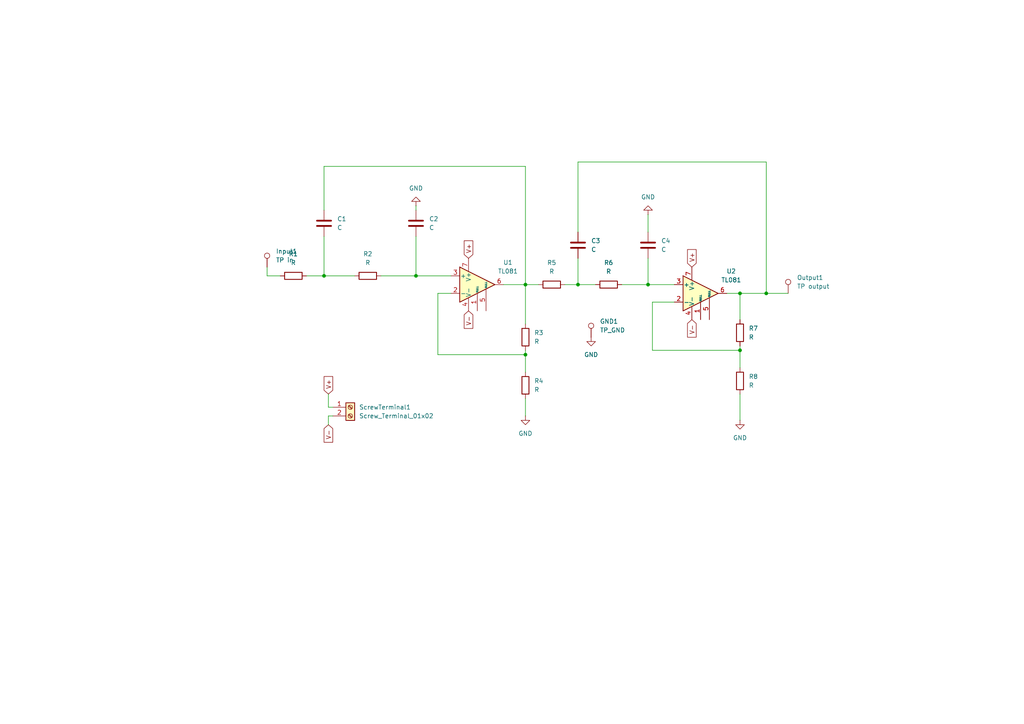
<source format=kicad_sch>
(kicad_sch
	(version 20250114)
	(generator "eeschema")
	(generator_version "9.0")
	(uuid "084b7188-85fa-49c4-936c-1f04d12cf3f4")
	(paper "A4")
	(lib_symbols
		(symbol "Amplifier_Operational:TL081"
			(pin_names
				(offset 0.127)
			)
			(exclude_from_sim no)
			(in_bom yes)
			(on_board yes)
			(property "Reference" "U"
				(at 0 6.35 0)
				(effects
					(font
						(size 1.27 1.27)
					)
					(justify left)
				)
			)
			(property "Value" "TL081"
				(at 0 3.81 0)
				(effects
					(font
						(size 1.27 1.27)
					)
					(justify left)
				)
			)
			(property "Footprint" ""
				(at 1.27 1.27 0)
				(effects
					(font
						(size 1.27 1.27)
					)
					(hide yes)
				)
			)
			(property "Datasheet" "http://www.ti.com/lit/ds/symlink/tl081.pdf"
				(at 3.81 3.81 0)
				(effects
					(font
						(size 1.27 1.27)
					)
					(hide yes)
				)
			)
			(property "Description" "Single JFET-Input Operational Amplifiers, DIP-8/SOIC-8"
				(at 0 0 0)
				(effects
					(font
						(size 1.27 1.27)
					)
					(hide yes)
				)
			)
			(property "ki_keywords" "single opamp"
				(at 0 0 0)
				(effects
					(font
						(size 1.27 1.27)
					)
					(hide yes)
				)
			)
			(property "ki_fp_filters" "SOIC*3.9x4.9mm*P1.27mm* DIP*W7.62mm* TSSOP*3x3mm*P0.65mm*"
				(at 0 0 0)
				(effects
					(font
						(size 1.27 1.27)
					)
					(hide yes)
				)
			)
			(symbol "TL081_0_1"
				(polyline
					(pts
						(xy -5.08 5.08) (xy 5.08 0) (xy -5.08 -5.08) (xy -5.08 5.08)
					)
					(stroke
						(width 0.254)
						(type default)
					)
					(fill
						(type background)
					)
				)
			)
			(symbol "TL081_1_1"
				(pin input line
					(at -7.62 2.54 0)
					(length 2.54)
					(name "+"
						(effects
							(font
								(size 1.27 1.27)
							)
						)
					)
					(number "3"
						(effects
							(font
								(size 1.27 1.27)
							)
						)
					)
				)
				(pin input line
					(at -7.62 -2.54 0)
					(length 2.54)
					(name "-"
						(effects
							(font
								(size 1.27 1.27)
							)
						)
					)
					(number "2"
						(effects
							(font
								(size 1.27 1.27)
							)
						)
					)
				)
				(pin power_in line
					(at -2.54 7.62 270)
					(length 3.81)
					(name "V+"
						(effects
							(font
								(size 1.27 1.27)
							)
						)
					)
					(number "7"
						(effects
							(font
								(size 1.27 1.27)
							)
						)
					)
				)
				(pin power_in line
					(at -2.54 -7.62 90)
					(length 3.81)
					(name "V-"
						(effects
							(font
								(size 1.27 1.27)
							)
						)
					)
					(number "4"
						(effects
							(font
								(size 1.27 1.27)
							)
						)
					)
				)
				(pin no_connect line
					(at 0 2.54 270)
					(length 2.54)
					(hide yes)
					(name "NC"
						(effects
							(font
								(size 1.27 1.27)
							)
						)
					)
					(number "8"
						(effects
							(font
								(size 1.27 1.27)
							)
						)
					)
				)
				(pin input line
					(at 0 -7.62 90)
					(length 5.08)
					(name "NULL"
						(effects
							(font
								(size 0.508 0.508)
							)
						)
					)
					(number "1"
						(effects
							(font
								(size 1.27 1.27)
							)
						)
					)
				)
				(pin input line
					(at 2.54 -7.62 90)
					(length 6.35)
					(name "NULL"
						(effects
							(font
								(size 0.508 0.508)
							)
						)
					)
					(number "5"
						(effects
							(font
								(size 1.27 1.27)
							)
						)
					)
				)
				(pin output line
					(at 7.62 0 180)
					(length 2.54)
					(name "~"
						(effects
							(font
								(size 1.27 1.27)
							)
						)
					)
					(number "6"
						(effects
							(font
								(size 1.27 1.27)
							)
						)
					)
				)
			)
			(embedded_fonts no)
		)
		(symbol "Connector:Screw_Terminal_01x02"
			(pin_names
				(offset 1.016)
				(hide yes)
			)
			(exclude_from_sim no)
			(in_bom yes)
			(on_board yes)
			(property "Reference" "J"
				(at 0 2.54 0)
				(effects
					(font
						(size 1.27 1.27)
					)
				)
			)
			(property "Value" "Screw_Terminal_01x02"
				(at 0 -5.08 0)
				(effects
					(font
						(size 1.27 1.27)
					)
				)
			)
			(property "Footprint" ""
				(at 0 0 0)
				(effects
					(font
						(size 1.27 1.27)
					)
					(hide yes)
				)
			)
			(property "Datasheet" "~"
				(at 0 0 0)
				(effects
					(font
						(size 1.27 1.27)
					)
					(hide yes)
				)
			)
			(property "Description" "Generic screw terminal, single row, 01x02, script generated (kicad-library-utils/schlib/autogen/connector/)"
				(at 0 0 0)
				(effects
					(font
						(size 1.27 1.27)
					)
					(hide yes)
				)
			)
			(property "ki_keywords" "screw terminal"
				(at 0 0 0)
				(effects
					(font
						(size 1.27 1.27)
					)
					(hide yes)
				)
			)
			(property "ki_fp_filters" "TerminalBlock*:*"
				(at 0 0 0)
				(effects
					(font
						(size 1.27 1.27)
					)
					(hide yes)
				)
			)
			(symbol "Screw_Terminal_01x02_1_1"
				(rectangle
					(start -1.27 1.27)
					(end 1.27 -3.81)
					(stroke
						(width 0.254)
						(type default)
					)
					(fill
						(type background)
					)
				)
				(polyline
					(pts
						(xy -0.5334 0.3302) (xy 0.3302 -0.508)
					)
					(stroke
						(width 0.1524)
						(type default)
					)
					(fill
						(type none)
					)
				)
				(polyline
					(pts
						(xy -0.5334 -2.2098) (xy 0.3302 -3.048)
					)
					(stroke
						(width 0.1524)
						(type default)
					)
					(fill
						(type none)
					)
				)
				(polyline
					(pts
						(xy -0.3556 0.508) (xy 0.508 -0.3302)
					)
					(stroke
						(width 0.1524)
						(type default)
					)
					(fill
						(type none)
					)
				)
				(polyline
					(pts
						(xy -0.3556 -2.032) (xy 0.508 -2.8702)
					)
					(stroke
						(width 0.1524)
						(type default)
					)
					(fill
						(type none)
					)
				)
				(circle
					(center 0 0)
					(radius 0.635)
					(stroke
						(width 0.1524)
						(type default)
					)
					(fill
						(type none)
					)
				)
				(circle
					(center 0 -2.54)
					(radius 0.635)
					(stroke
						(width 0.1524)
						(type default)
					)
					(fill
						(type none)
					)
				)
				(pin passive line
					(at -5.08 0 0)
					(length 3.81)
					(name "Pin_1"
						(effects
							(font
								(size 1.27 1.27)
							)
						)
					)
					(number "1"
						(effects
							(font
								(size 1.27 1.27)
							)
						)
					)
				)
				(pin passive line
					(at -5.08 -2.54 0)
					(length 3.81)
					(name "Pin_2"
						(effects
							(font
								(size 1.27 1.27)
							)
						)
					)
					(number "2"
						(effects
							(font
								(size 1.27 1.27)
							)
						)
					)
				)
			)
			(embedded_fonts no)
		)
		(symbol "Connector:TestPoint"
			(pin_numbers
				(hide yes)
			)
			(pin_names
				(offset 0.762)
				(hide yes)
			)
			(exclude_from_sim no)
			(in_bom yes)
			(on_board yes)
			(property "Reference" "TP"
				(at 0 6.858 0)
				(effects
					(font
						(size 1.27 1.27)
					)
				)
			)
			(property "Value" "TestPoint"
				(at 0 5.08 0)
				(effects
					(font
						(size 1.27 1.27)
					)
				)
			)
			(property "Footprint" ""
				(at 5.08 0 0)
				(effects
					(font
						(size 1.27 1.27)
					)
					(hide yes)
				)
			)
			(property "Datasheet" "~"
				(at 5.08 0 0)
				(effects
					(font
						(size 1.27 1.27)
					)
					(hide yes)
				)
			)
			(property "Description" "test point"
				(at 0 0 0)
				(effects
					(font
						(size 1.27 1.27)
					)
					(hide yes)
				)
			)
			(property "ki_keywords" "test point tp"
				(at 0 0 0)
				(effects
					(font
						(size 1.27 1.27)
					)
					(hide yes)
				)
			)
			(property "ki_fp_filters" "Pin* Test*"
				(at 0 0 0)
				(effects
					(font
						(size 1.27 1.27)
					)
					(hide yes)
				)
			)
			(symbol "TestPoint_0_1"
				(circle
					(center 0 3.302)
					(radius 0.762)
					(stroke
						(width 0)
						(type default)
					)
					(fill
						(type none)
					)
				)
			)
			(symbol "TestPoint_1_1"
				(pin passive line
					(at 0 0 90)
					(length 2.54)
					(name "1"
						(effects
							(font
								(size 1.27 1.27)
							)
						)
					)
					(number "1"
						(effects
							(font
								(size 1.27 1.27)
							)
						)
					)
				)
			)
			(embedded_fonts no)
		)
		(symbol "Device:C"
			(pin_numbers
				(hide yes)
			)
			(pin_names
				(offset 0.254)
			)
			(exclude_from_sim no)
			(in_bom yes)
			(on_board yes)
			(property "Reference" "C"
				(at 0.635 2.54 0)
				(effects
					(font
						(size 1.27 1.27)
					)
					(justify left)
				)
			)
			(property "Value" "C"
				(at 0.635 -2.54 0)
				(effects
					(font
						(size 1.27 1.27)
					)
					(justify left)
				)
			)
			(property "Footprint" ""
				(at 0.9652 -3.81 0)
				(effects
					(font
						(size 1.27 1.27)
					)
					(hide yes)
				)
			)
			(property "Datasheet" "~"
				(at 0 0 0)
				(effects
					(font
						(size 1.27 1.27)
					)
					(hide yes)
				)
			)
			(property "Description" "Unpolarized capacitor"
				(at 0 0 0)
				(effects
					(font
						(size 1.27 1.27)
					)
					(hide yes)
				)
			)
			(property "ki_keywords" "cap capacitor"
				(at 0 0 0)
				(effects
					(font
						(size 1.27 1.27)
					)
					(hide yes)
				)
			)
			(property "ki_fp_filters" "C_*"
				(at 0 0 0)
				(effects
					(font
						(size 1.27 1.27)
					)
					(hide yes)
				)
			)
			(symbol "C_0_1"
				(polyline
					(pts
						(xy -2.032 0.762) (xy 2.032 0.762)
					)
					(stroke
						(width 0.508)
						(type default)
					)
					(fill
						(type none)
					)
				)
				(polyline
					(pts
						(xy -2.032 -0.762) (xy 2.032 -0.762)
					)
					(stroke
						(width 0.508)
						(type default)
					)
					(fill
						(type none)
					)
				)
			)
			(symbol "C_1_1"
				(pin passive line
					(at 0 3.81 270)
					(length 2.794)
					(name "~"
						(effects
							(font
								(size 1.27 1.27)
							)
						)
					)
					(number "1"
						(effects
							(font
								(size 1.27 1.27)
							)
						)
					)
				)
				(pin passive line
					(at 0 -3.81 90)
					(length 2.794)
					(name "~"
						(effects
							(font
								(size 1.27 1.27)
							)
						)
					)
					(number "2"
						(effects
							(font
								(size 1.27 1.27)
							)
						)
					)
				)
			)
			(embedded_fonts no)
		)
		(symbol "Device:R"
			(pin_numbers
				(hide yes)
			)
			(pin_names
				(offset 0)
			)
			(exclude_from_sim no)
			(in_bom yes)
			(on_board yes)
			(property "Reference" "R"
				(at 2.032 0 90)
				(effects
					(font
						(size 1.27 1.27)
					)
				)
			)
			(property "Value" "R"
				(at 0 0 90)
				(effects
					(font
						(size 1.27 1.27)
					)
				)
			)
			(property "Footprint" ""
				(at -1.778 0 90)
				(effects
					(font
						(size 1.27 1.27)
					)
					(hide yes)
				)
			)
			(property "Datasheet" "~"
				(at 0 0 0)
				(effects
					(font
						(size 1.27 1.27)
					)
					(hide yes)
				)
			)
			(property "Description" "Resistor"
				(at 0 0 0)
				(effects
					(font
						(size 1.27 1.27)
					)
					(hide yes)
				)
			)
			(property "ki_keywords" "R res resistor"
				(at 0 0 0)
				(effects
					(font
						(size 1.27 1.27)
					)
					(hide yes)
				)
			)
			(property "ki_fp_filters" "R_*"
				(at 0 0 0)
				(effects
					(font
						(size 1.27 1.27)
					)
					(hide yes)
				)
			)
			(symbol "R_0_1"
				(rectangle
					(start -1.016 -2.54)
					(end 1.016 2.54)
					(stroke
						(width 0.254)
						(type default)
					)
					(fill
						(type none)
					)
				)
			)
			(symbol "R_1_1"
				(pin passive line
					(at 0 3.81 270)
					(length 1.27)
					(name "~"
						(effects
							(font
								(size 1.27 1.27)
							)
						)
					)
					(number "1"
						(effects
							(font
								(size 1.27 1.27)
							)
						)
					)
				)
				(pin passive line
					(at 0 -3.81 90)
					(length 1.27)
					(name "~"
						(effects
							(font
								(size 1.27 1.27)
							)
						)
					)
					(number "2"
						(effects
							(font
								(size 1.27 1.27)
							)
						)
					)
				)
			)
			(embedded_fonts no)
		)
		(symbol "power:GND"
			(power)
			(pin_numbers
				(hide yes)
			)
			(pin_names
				(offset 0)
				(hide yes)
			)
			(exclude_from_sim no)
			(in_bom yes)
			(on_board yes)
			(property "Reference" "#PWR"
				(at 0 -6.35 0)
				(effects
					(font
						(size 1.27 1.27)
					)
					(hide yes)
				)
			)
			(property "Value" "GND"
				(at 0 -3.81 0)
				(effects
					(font
						(size 1.27 1.27)
					)
				)
			)
			(property "Footprint" ""
				(at 0 0 0)
				(effects
					(font
						(size 1.27 1.27)
					)
					(hide yes)
				)
			)
			(property "Datasheet" ""
				(at 0 0 0)
				(effects
					(font
						(size 1.27 1.27)
					)
					(hide yes)
				)
			)
			(property "Description" "Power symbol creates a global label with name \"GND\" , ground"
				(at 0 0 0)
				(effects
					(font
						(size 1.27 1.27)
					)
					(hide yes)
				)
			)
			(property "ki_keywords" "global power"
				(at 0 0 0)
				(effects
					(font
						(size 1.27 1.27)
					)
					(hide yes)
				)
			)
			(symbol "GND_0_1"
				(polyline
					(pts
						(xy 0 0) (xy 0 -1.27) (xy 1.27 -1.27) (xy 0 -2.54) (xy -1.27 -1.27) (xy 0 -1.27)
					)
					(stroke
						(width 0)
						(type default)
					)
					(fill
						(type none)
					)
				)
			)
			(symbol "GND_1_1"
				(pin power_in line
					(at 0 0 270)
					(length 0)
					(name "~"
						(effects
							(font
								(size 1.27 1.27)
							)
						)
					)
					(number "1"
						(effects
							(font
								(size 1.27 1.27)
							)
						)
					)
				)
			)
			(embedded_fonts no)
		)
	)
	(junction
		(at 120.65 80.01)
		(diameter 0)
		(color 0 0 0 0)
		(uuid "468be8a4-f629-4506-9275-16bf62cf70d2")
	)
	(junction
		(at 93.98 80.01)
		(diameter 0)
		(color 0 0 0 0)
		(uuid "53276a72-33c8-47ea-adfa-2c8d5dc85a0c")
	)
	(junction
		(at 152.4 82.55)
		(diameter 0)
		(color 0 0 0 0)
		(uuid "53926d26-4cdb-4a00-ac3f-8773c462e2c6")
	)
	(junction
		(at 187.96 82.55)
		(diameter 0)
		(color 0 0 0 0)
		(uuid "6b5508b0-2539-4b46-b5a9-dc395f398da9")
	)
	(junction
		(at 222.25 85.09)
		(diameter 0)
		(color 0 0 0 0)
		(uuid "845ca547-091f-4d9a-b40a-f7d833e6ec28")
	)
	(junction
		(at 214.63 101.6)
		(diameter 0)
		(color 0 0 0 0)
		(uuid "956c16bd-6eb9-49e6-bcd0-535ef364613a")
	)
	(junction
		(at 152.4 102.87)
		(diameter 0)
		(color 0 0 0 0)
		(uuid "ac18afd4-9f78-4ae2-bbb2-a73b91369d3a")
	)
	(junction
		(at 167.64 82.55)
		(diameter 0)
		(color 0 0 0 0)
		(uuid "c5b60b0e-be84-4c22-a70e-2d17a5eac08e")
	)
	(junction
		(at 214.63 85.09)
		(diameter 0)
		(color 0 0 0 0)
		(uuid "f1af3484-af84-49fa-85cc-d41d55fd047d")
	)
	(wire
		(pts
			(xy 195.58 87.63) (xy 189.23 87.63)
		)
		(stroke
			(width 0)
			(type default)
		)
		(uuid "0069e29a-5e97-42ed-b91f-fcd0e07b0145")
	)
	(wire
		(pts
			(xy 93.98 48.26) (xy 152.4 48.26)
		)
		(stroke
			(width 0)
			(type default)
		)
		(uuid "051d856b-b6f2-46d7-9ef7-bcbff7b1f1a5")
	)
	(wire
		(pts
			(xy 189.23 87.63) (xy 189.23 101.6)
		)
		(stroke
			(width 0)
			(type default)
		)
		(uuid "07ed4bad-4368-45a5-a56f-7ee1cabc5907")
	)
	(wire
		(pts
			(xy 152.4 82.55) (xy 156.21 82.55)
		)
		(stroke
			(width 0)
			(type default)
		)
		(uuid "17f3be2a-32e1-43e0-873e-b71051126ce0")
	)
	(wire
		(pts
			(xy 77.47 80.01) (xy 77.47 77.47)
		)
		(stroke
			(width 0)
			(type default)
		)
		(uuid "1cba0e3a-2189-4af6-829a-9552edd71600")
	)
	(wire
		(pts
			(xy 228.6 85.09) (xy 222.25 85.09)
		)
		(stroke
			(width 0)
			(type default)
		)
		(uuid "33097e08-3663-404c-ac1d-9533ddff577f")
	)
	(wire
		(pts
			(xy 120.65 68.58) (xy 120.65 80.01)
		)
		(stroke
			(width 0)
			(type default)
		)
		(uuid "391f6e2f-8a5d-4d37-901a-28961c8c20ce")
	)
	(wire
		(pts
			(xy 214.63 101.6) (xy 214.63 106.68)
		)
		(stroke
			(width 0)
			(type default)
		)
		(uuid "3a6ef4ee-e7d9-4268-9bbd-144f98e43d10")
	)
	(wire
		(pts
			(xy 214.63 100.33) (xy 214.63 101.6)
		)
		(stroke
			(width 0)
			(type default)
		)
		(uuid "40a92b92-2364-4e72-a8fe-dec9d33b9cc8")
	)
	(wire
		(pts
			(xy 187.96 82.55) (xy 195.58 82.55)
		)
		(stroke
			(width 0)
			(type default)
		)
		(uuid "41296fb5-f430-4e35-aaaf-476f1212b5f8")
	)
	(wire
		(pts
			(xy 110.49 80.01) (xy 120.65 80.01)
		)
		(stroke
			(width 0)
			(type default)
		)
		(uuid "4449b88d-b80d-4fd5-b4e3-eadad253aaa2")
	)
	(wire
		(pts
			(xy 96.52 118.11) (xy 95.25 118.11)
		)
		(stroke
			(width 0)
			(type default)
		)
		(uuid "4de95564-2024-4e33-8ecf-23ab9bfa7822")
	)
	(wire
		(pts
			(xy 95.25 114.3) (xy 95.25 118.11)
		)
		(stroke
			(width 0)
			(type default)
		)
		(uuid "57a6eb84-e62e-4b69-b9cb-fdeaa358b73e")
	)
	(wire
		(pts
			(xy 167.64 74.93) (xy 167.64 82.55)
		)
		(stroke
			(width 0)
			(type default)
		)
		(uuid "5e0737b5-12a6-4577-a0c3-8d6d10e60733")
	)
	(wire
		(pts
			(xy 93.98 68.58) (xy 93.98 80.01)
		)
		(stroke
			(width 0)
			(type default)
		)
		(uuid "62b0d1c4-1043-4d57-9b6b-2bca52efdc63")
	)
	(wire
		(pts
			(xy 96.52 120.65) (xy 95.25 120.65)
		)
		(stroke
			(width 0)
			(type default)
		)
		(uuid "682f7a92-7e84-45b9-ba0b-f3b8f12f2422")
	)
	(wire
		(pts
			(xy 130.81 85.09) (xy 127 85.09)
		)
		(stroke
			(width 0)
			(type default)
		)
		(uuid "694afbdd-172f-4160-b76a-4ad6b03c3e2e")
	)
	(wire
		(pts
			(xy 146.05 82.55) (xy 152.4 82.55)
		)
		(stroke
			(width 0)
			(type default)
		)
		(uuid "6a8560cf-1dd5-4e04-a675-e9fc5e851c23")
	)
	(wire
		(pts
			(xy 95.25 120.65) (xy 95.25 123.19)
		)
		(stroke
			(width 0)
			(type default)
		)
		(uuid "725ad24a-7371-4bff-9fac-91abd06041c9")
	)
	(wire
		(pts
			(xy 120.65 59.69) (xy 120.65 60.96)
		)
		(stroke
			(width 0)
			(type default)
		)
		(uuid "74779196-1374-4ba6-aeb4-9a500eec39ba")
	)
	(wire
		(pts
			(xy 93.98 80.01) (xy 102.87 80.01)
		)
		(stroke
			(width 0)
			(type default)
		)
		(uuid "7b12bb2e-7018-469b-93f1-32d4b094f3ea")
	)
	(wire
		(pts
			(xy 189.23 101.6) (xy 214.63 101.6)
		)
		(stroke
			(width 0)
			(type default)
		)
		(uuid "7e126e39-f971-41c1-974a-eb8c66798e6b")
	)
	(wire
		(pts
			(xy 167.64 82.55) (xy 172.72 82.55)
		)
		(stroke
			(width 0)
			(type default)
		)
		(uuid "829aa735-c737-4273-a041-15993f908909")
	)
	(wire
		(pts
			(xy 127 102.87) (xy 152.4 102.87)
		)
		(stroke
			(width 0)
			(type default)
		)
		(uuid "83bc8743-3307-49a9-83fa-35a930af32c7")
	)
	(wire
		(pts
			(xy 88.9 80.01) (xy 93.98 80.01)
		)
		(stroke
			(width 0)
			(type default)
		)
		(uuid "899995c3-e159-4077-a427-b983b5c4fca3")
	)
	(wire
		(pts
			(xy 187.96 62.23) (xy 187.96 67.31)
		)
		(stroke
			(width 0)
			(type default)
		)
		(uuid "9403d60e-ad36-4ce5-b6e4-2005d549f9e5")
	)
	(wire
		(pts
			(xy 127 85.09) (xy 127 102.87)
		)
		(stroke
			(width 0)
			(type default)
		)
		(uuid "97da3a58-9a62-4ed1-8210-cd1a0b2560db")
	)
	(wire
		(pts
			(xy 222.25 46.99) (xy 222.25 85.09)
		)
		(stroke
			(width 0)
			(type default)
		)
		(uuid "a741486e-998a-484d-a877-7d187576689c")
	)
	(wire
		(pts
			(xy 81.28 80.01) (xy 77.47 80.01)
		)
		(stroke
			(width 0)
			(type default)
		)
		(uuid "ad97bc0c-9d0d-404c-9e5c-1bcbce2891e7")
	)
	(wire
		(pts
			(xy 214.63 85.09) (xy 214.63 92.71)
		)
		(stroke
			(width 0)
			(type default)
		)
		(uuid "b3784fb0-4bdb-45a5-ad5f-5b6fea1dc81e")
	)
	(wire
		(pts
			(xy 152.4 101.6) (xy 152.4 102.87)
		)
		(stroke
			(width 0)
			(type default)
		)
		(uuid "b4bb1aa3-2589-4717-8084-f61794dc6ab9")
	)
	(wire
		(pts
			(xy 163.83 82.55) (xy 167.64 82.55)
		)
		(stroke
			(width 0)
			(type default)
		)
		(uuid "b4ec1f1e-936c-4b39-9a76-8fae86b72e38")
	)
	(wire
		(pts
			(xy 152.4 48.26) (xy 152.4 82.55)
		)
		(stroke
			(width 0)
			(type default)
		)
		(uuid "b765006b-5af6-42c3-9965-1cd1c7a0a8d8")
	)
	(wire
		(pts
			(xy 180.34 82.55) (xy 187.96 82.55)
		)
		(stroke
			(width 0)
			(type default)
		)
		(uuid "b97add82-d5e9-43e0-8da0-061febaa01a7")
	)
	(wire
		(pts
			(xy 187.96 74.93) (xy 187.96 82.55)
		)
		(stroke
			(width 0)
			(type default)
		)
		(uuid "be4cced1-b625-4ea0-99a2-10cbaef34939")
	)
	(wire
		(pts
			(xy 120.65 80.01) (xy 130.81 80.01)
		)
		(stroke
			(width 0)
			(type default)
		)
		(uuid "c162ff73-9d7d-4306-b096-0ac3237ae2ec")
	)
	(wire
		(pts
			(xy 214.63 114.3) (xy 214.63 121.92)
		)
		(stroke
			(width 0)
			(type default)
		)
		(uuid "c93fa06e-0e04-47e8-b228-2458fc366ca8")
	)
	(wire
		(pts
			(xy 167.64 67.31) (xy 167.64 46.99)
		)
		(stroke
			(width 0)
			(type default)
		)
		(uuid "ccf80ff0-746b-4567-bb39-88184fccb88c")
	)
	(wire
		(pts
			(xy 93.98 60.96) (xy 93.98 48.26)
		)
		(stroke
			(width 0)
			(type default)
		)
		(uuid "ce25a031-6844-42fb-a61d-df40008055ee")
	)
	(wire
		(pts
			(xy 152.4 82.55) (xy 152.4 93.98)
		)
		(stroke
			(width 0)
			(type default)
		)
		(uuid "cff90bee-4eee-49a5-8e9f-4789b56c2c07")
	)
	(wire
		(pts
			(xy 152.4 102.87) (xy 152.4 107.95)
		)
		(stroke
			(width 0)
			(type default)
		)
		(uuid "d4fd9427-6e6e-41fd-8a16-c927f81ec766")
	)
	(wire
		(pts
			(xy 167.64 46.99) (xy 222.25 46.99)
		)
		(stroke
			(width 0)
			(type default)
		)
		(uuid "d86ca42a-7c40-4185-870c-13bf0436ed6f")
	)
	(wire
		(pts
			(xy 152.4 115.57) (xy 152.4 120.65)
		)
		(stroke
			(width 0)
			(type default)
		)
		(uuid "da7be769-afaa-4298-8ee4-b7ae76593a87")
	)
	(wire
		(pts
			(xy 222.25 85.09) (xy 214.63 85.09)
		)
		(stroke
			(width 0)
			(type default)
		)
		(uuid "e6f5fa65-b618-4508-b274-4900f25c969b")
	)
	(wire
		(pts
			(xy 214.63 85.09) (xy 210.82 85.09)
		)
		(stroke
			(width 0)
			(type default)
		)
		(uuid "f147c9d4-44e7-4959-9cdb-e17f44e34551")
	)
	(global_label "V+"
		(shape input)
		(at 135.89 74.93 90)
		(fields_autoplaced yes)
		(effects
			(font
				(size 1.27 1.27)
			)
			(justify left)
		)
		(uuid "61d90740-9d07-4941-bece-611e57f47aea")
		(property "Intersheetrefs" "${INTERSHEET_REFS}"
			(at 135.89 69.2838 90)
			(effects
				(font
					(size 1.27 1.27)
				)
				(justify left)
				(hide yes)
			)
		)
	)
	(global_label "V+"
		(shape input)
		(at 95.25 114.3 90)
		(fields_autoplaced yes)
		(effects
			(font
				(size 1.27 1.27)
			)
			(justify left)
		)
		(uuid "6bf2d325-0c28-4d89-b96a-8a9d032e430a")
		(property "Intersheetrefs" "${INTERSHEET_REFS}"
			(at 95.25 108.6538 90)
			(effects
				(font
					(size 1.27 1.27)
				)
				(justify left)
				(hide yes)
			)
		)
	)
	(global_label "V-"
		(shape input)
		(at 200.66 92.71 270)
		(fields_autoplaced yes)
		(effects
			(font
				(size 1.27 1.27)
			)
			(justify right)
		)
		(uuid "7ff10f71-e331-4c52-bcf4-0f038c1d9aec")
		(property "Intersheetrefs" "${INTERSHEET_REFS}"
			(at 200.66 98.3562 90)
			(effects
				(font
					(size 1.27 1.27)
				)
				(justify right)
				(hide yes)
			)
		)
	)
	(global_label "V-"
		(shape input)
		(at 135.89 90.17 270)
		(fields_autoplaced yes)
		(effects
			(font
				(size 1.27 1.27)
			)
			(justify right)
		)
		(uuid "8f98b0c9-69c9-4cf6-b5e4-2a22235bdcec")
		(property "Intersheetrefs" "${INTERSHEET_REFS}"
			(at 135.89 95.8162 90)
			(effects
				(font
					(size 1.27 1.27)
				)
				(justify right)
				(hide yes)
			)
		)
	)
	(global_label "V+"
		(shape input)
		(at 200.66 77.47 90)
		(fields_autoplaced yes)
		(effects
			(font
				(size 1.27 1.27)
			)
			(justify left)
		)
		(uuid "bdd96e2d-2704-4882-8167-b891cce1501f")
		(property "Intersheetrefs" "${INTERSHEET_REFS}"
			(at 200.66 71.8238 90)
			(effects
				(font
					(size 1.27 1.27)
				)
				(justify left)
				(hide yes)
			)
		)
	)
	(global_label "V-"
		(shape input)
		(at 95.25 123.19 270)
		(fields_autoplaced yes)
		(effects
			(font
				(size 1.27 1.27)
			)
			(justify right)
		)
		(uuid "d9789210-6d1f-411f-a1f7-de0415dc0303")
		(property "Intersheetrefs" "${INTERSHEET_REFS}"
			(at 95.25 128.8362 90)
			(effects
				(font
					(size 1.27 1.27)
				)
				(justify right)
				(hide yes)
			)
		)
	)
	(symbol
		(lib_id "Amplifier_Operational:TL081")
		(at 138.43 82.55 0)
		(unit 1)
		(exclude_from_sim no)
		(in_bom yes)
		(on_board yes)
		(dnp no)
		(fields_autoplaced yes)
		(uuid "0fe01a23-5def-45f1-90d5-72147d6e1a26")
		(property "Reference" "U1"
			(at 147.32 76.1298 0)
			(effects
				(font
					(size 1.27 1.27)
				)
			)
		)
		(property "Value" "TL081"
			(at 147.32 78.6698 0)
			(effects
				(font
					(size 1.27 1.27)
				)
			)
		)
		(property "Footprint" "Package_DIP:DIP-8_W7.62mm_Socket"
			(at 139.7 81.28 0)
			(effects
				(font
					(size 1.27 1.27)
				)
				(hide yes)
			)
		)
		(property "Datasheet" "http://www.ti.com/lit/ds/symlink/tl081.pdf"
			(at 142.24 78.74 0)
			(effects
				(font
					(size 1.27 1.27)
				)
				(hide yes)
			)
		)
		(property "Description" "Single JFET-Input Operational Amplifiers, DIP-8/SOIC-8"
			(at 138.43 82.55 0)
			(effects
				(font
					(size 1.27 1.27)
				)
				(hide yes)
			)
		)
		(pin "4"
			(uuid "7049bb58-410d-402a-97cc-79024a3f80de")
		)
		(pin "7"
			(uuid "c02bf1cb-a794-4995-94bc-4841375522e7")
		)
		(pin "8"
			(uuid "943a5592-195a-44e2-af0a-15d5ee178c6b")
		)
		(pin "5"
			(uuid "b734c0fa-9b62-48d1-800a-ecdeb0e80968")
		)
		(pin "1"
			(uuid "bd5a01b3-f6bb-4085-98b2-9d753139b8cc")
		)
		(pin "2"
			(uuid "9f9418de-fc06-4923-ac36-e763464af1cc")
		)
		(pin "6"
			(uuid "616e9c9d-6d5a-4bbb-8f4e-40b9221dffef")
		)
		(pin "3"
			(uuid "a8795aad-12e3-481e-8246-7b961dd80b06")
		)
		(instances
			(project ""
				(path "/084b7188-85fa-49c4-936c-1f04d12cf3f4"
					(reference "U1")
					(unit 1)
				)
			)
		)
	)
	(symbol
		(lib_id "Device:R")
		(at 152.4 97.79 0)
		(unit 1)
		(exclude_from_sim no)
		(in_bom yes)
		(on_board yes)
		(dnp no)
		(fields_autoplaced yes)
		(uuid "24a601f6-8bff-4797-bdda-aeb3831547ee")
		(property "Reference" "R3"
			(at 154.94 96.5199 0)
			(effects
				(font
					(size 1.27 1.27)
				)
				(justify left)
			)
		)
		(property "Value" "R"
			(at 154.94 99.0599 0)
			(effects
				(font
					(size 1.27 1.27)
				)
				(justify left)
			)
		)
		(property "Footprint" "Resistor_THT:R_Axial_DIN0207_L6.3mm_D2.5mm_P7.62mm_Horizontal"
			(at 150.622 97.79 90)
			(effects
				(font
					(size 1.27 1.27)
				)
				(hide yes)
			)
		)
		(property "Datasheet" "~"
			(at 152.4 97.79 0)
			(effects
				(font
					(size 1.27 1.27)
				)
				(hide yes)
			)
		)
		(property "Description" "Resistor"
			(at 152.4 97.79 0)
			(effects
				(font
					(size 1.27 1.27)
				)
				(hide yes)
			)
		)
		(pin "1"
			(uuid "665235d8-30ce-4a18-9c62-41dfe1108918")
		)
		(pin "2"
			(uuid "0b289549-6159-4dbc-b2f5-29333215aeeb")
		)
		(instances
			(project "PSB (LPF Design)"
				(path "/084b7188-85fa-49c4-936c-1f04d12cf3f4"
					(reference "R3")
					(unit 1)
				)
			)
		)
	)
	(symbol
		(lib_id "Amplifier_Operational:TL081")
		(at 203.2 85.09 0)
		(unit 1)
		(exclude_from_sim no)
		(in_bom yes)
		(on_board yes)
		(dnp no)
		(fields_autoplaced yes)
		(uuid "317acb9d-239c-49f0-8099-83f74380f088")
		(property "Reference" "U2"
			(at 212.09 78.6698 0)
			(effects
				(font
					(size 1.27 1.27)
				)
			)
		)
		(property "Value" "TL081"
			(at 212.09 81.2098 0)
			(effects
				(font
					(size 1.27 1.27)
				)
			)
		)
		(property "Footprint" "Package_DIP:DIP-8_W7.62mm_Socket"
			(at 204.47 83.82 0)
			(effects
				(font
					(size 1.27 1.27)
				)
				(hide yes)
			)
		)
		(property "Datasheet" "http://www.ti.com/lit/ds/symlink/tl081.pdf"
			(at 207.01 81.28 0)
			(effects
				(font
					(size 1.27 1.27)
				)
				(hide yes)
			)
		)
		(property "Description" "Single JFET-Input Operational Amplifiers, DIP-8/SOIC-8"
			(at 203.2 85.09 0)
			(effects
				(font
					(size 1.27 1.27)
				)
				(hide yes)
			)
		)
		(pin "4"
			(uuid "c47591cf-5d52-4f01-be6f-820b857dbce6")
		)
		(pin "7"
			(uuid "98e1e5e0-8d57-4b17-864c-2f0ed4bb750e")
		)
		(pin "8"
			(uuid "0c3547b4-3d3c-4aee-9463-e9b8b416eea9")
		)
		(pin "5"
			(uuid "59fd681c-aa58-48cd-8b92-8ea36311216e")
		)
		(pin "1"
			(uuid "fee3cc70-b0c1-43a8-b596-d0c6f3bd230e")
		)
		(pin "2"
			(uuid "561fbc39-8cda-445e-ac2b-dfc8716580d8")
		)
		(pin "6"
			(uuid "5ee9cebb-b6db-467c-b4b5-8ec3d3810d30")
		)
		(pin "3"
			(uuid "5fd5ae82-cc13-41a5-b978-3b78c5d504a2")
		)
		(instances
			(project "PSB (LPF Design)"
				(path "/084b7188-85fa-49c4-936c-1f04d12cf3f4"
					(reference "U2")
					(unit 1)
				)
			)
		)
	)
	(symbol
		(lib_id "power:GND")
		(at 187.96 62.23 180)
		(unit 1)
		(exclude_from_sim no)
		(in_bom yes)
		(on_board yes)
		(dnp no)
		(fields_autoplaced yes)
		(uuid "38637757-582c-4299-ba06-be04572d564f")
		(property "Reference" "#PWR04"
			(at 187.96 55.88 0)
			(effects
				(font
					(size 1.27 1.27)
				)
				(hide yes)
			)
		)
		(property "Value" "GND"
			(at 187.96 57.15 0)
			(effects
				(font
					(size 1.27 1.27)
				)
			)
		)
		(property "Footprint" ""
			(at 187.96 62.23 0)
			(effects
				(font
					(size 1.27 1.27)
				)
				(hide yes)
			)
		)
		(property "Datasheet" ""
			(at 187.96 62.23 0)
			(effects
				(font
					(size 1.27 1.27)
				)
				(hide yes)
			)
		)
		(property "Description" "Power symbol creates a global label with name \"GND\" , ground"
			(at 187.96 62.23 0)
			(effects
				(font
					(size 1.27 1.27)
				)
				(hide yes)
			)
		)
		(pin "1"
			(uuid "4ee3ce2f-63f3-477b-bf93-01710827e9e0")
		)
		(instances
			(project ""
				(path "/084b7188-85fa-49c4-936c-1f04d12cf3f4"
					(reference "#PWR04")
					(unit 1)
				)
			)
		)
	)
	(symbol
		(lib_id "Device:R")
		(at 85.09 80.01 90)
		(unit 1)
		(exclude_from_sim no)
		(in_bom yes)
		(on_board yes)
		(dnp no)
		(fields_autoplaced yes)
		(uuid "3980dd31-6690-4941-a5eb-6f1fa41cf171")
		(property "Reference" "R1"
			(at 85.09 73.66 90)
			(effects
				(font
					(size 1.27 1.27)
				)
			)
		)
		(property "Value" "R"
			(at 85.09 76.2 90)
			(effects
				(font
					(size 1.27 1.27)
				)
			)
		)
		(property "Footprint" "Resistor_THT:R_Axial_DIN0207_L6.3mm_D2.5mm_P7.62mm_Horizontal"
			(at 85.09 81.788 90)
			(effects
				(font
					(size 1.27 1.27)
				)
				(hide yes)
			)
		)
		(property "Datasheet" "~"
			(at 85.09 80.01 0)
			(effects
				(font
					(size 1.27 1.27)
				)
				(hide yes)
			)
		)
		(property "Description" "Resistor"
			(at 85.09 80.01 0)
			(effects
				(font
					(size 1.27 1.27)
				)
				(hide yes)
			)
		)
		(pin "2"
			(uuid "d879511b-122d-4408-9b42-a91bd67a6c3e")
		)
		(pin "1"
			(uuid "9a4f47d8-cfbe-4d91-8595-b1c2497c8f8a")
		)
		(instances
			(project ""
				(path "/084b7188-85fa-49c4-936c-1f04d12cf3f4"
					(reference "R1")
					(unit 1)
				)
			)
		)
	)
	(symbol
		(lib_id "Connector:TestPoint")
		(at 77.47 77.47 0)
		(unit 1)
		(exclude_from_sim no)
		(in_bom yes)
		(on_board yes)
		(dnp no)
		(uuid "41694185-0408-46e1-acf9-3279c7a71345")
		(property "Reference" "Input1"
			(at 80.01 72.8979 0)
			(effects
				(font
					(size 1.27 1.27)
				)
				(justify left)
			)
		)
		(property "Value" "TP in"
			(at 80.01 75.4379 0)
			(effects
				(font
					(size 1.27 1.27)
				)
				(justify left)
			)
		)
		(property "Footprint" "Connector_Pin:Pin_D1.3mm_L11.0mm"
			(at 82.55 77.47 0)
			(effects
				(font
					(size 1.27 1.27)
				)
				(hide yes)
			)
		)
		(property "Datasheet" "~"
			(at 82.55 77.47 0)
			(effects
				(font
					(size 1.27 1.27)
				)
				(hide yes)
			)
		)
		(property "Description" "test point"
			(at 77.47 77.47 0)
			(effects
				(font
					(size 1.27 1.27)
				)
				(hide yes)
			)
		)
		(pin "1"
			(uuid "c55ddf80-4a83-4153-8b39-d33a2fc10bc7")
		)
		(instances
			(project ""
				(path "/084b7188-85fa-49c4-936c-1f04d12cf3f4"
					(reference "Input1")
					(unit 1)
				)
			)
		)
	)
	(symbol
		(lib_id "power:GND")
		(at 152.4 120.65 0)
		(unit 1)
		(exclude_from_sim no)
		(in_bom yes)
		(on_board yes)
		(dnp no)
		(fields_autoplaced yes)
		(uuid "45a3f362-f6c5-4d0a-b8ed-0dcb314022da")
		(property "Reference" "#PWR02"
			(at 152.4 127 0)
			(effects
				(font
					(size 1.27 1.27)
				)
				(hide yes)
			)
		)
		(property "Value" "GND"
			(at 152.4 125.73 0)
			(effects
				(font
					(size 1.27 1.27)
				)
			)
		)
		(property "Footprint" ""
			(at 152.4 120.65 0)
			(effects
				(font
					(size 1.27 1.27)
				)
				(hide yes)
			)
		)
		(property "Datasheet" ""
			(at 152.4 120.65 0)
			(effects
				(font
					(size 1.27 1.27)
				)
				(hide yes)
			)
		)
		(property "Description" "Power symbol creates a global label with name \"GND\" , ground"
			(at 152.4 120.65 0)
			(effects
				(font
					(size 1.27 1.27)
				)
				(hide yes)
			)
		)
		(pin "1"
			(uuid "b1c4acea-713c-40d3-9e2d-0356449205fa")
		)
		(instances
			(project ""
				(path "/084b7188-85fa-49c4-936c-1f04d12cf3f4"
					(reference "#PWR02")
					(unit 1)
				)
			)
		)
	)
	(symbol
		(lib_id "Device:C")
		(at 167.64 71.12 0)
		(unit 1)
		(exclude_from_sim no)
		(in_bom yes)
		(on_board yes)
		(dnp no)
		(fields_autoplaced yes)
		(uuid "48c9eaad-73e9-4df5-be24-194bedb4a9e2")
		(property "Reference" "C3"
			(at 171.45 69.8499 0)
			(effects
				(font
					(size 1.27 1.27)
				)
				(justify left)
			)
		)
		(property "Value" "C"
			(at 171.45 72.3899 0)
			(effects
				(font
					(size 1.27 1.27)
				)
				(justify left)
			)
		)
		(property "Footprint" "Capacitor_THT:C_Rect_L18.0mm_W6.0mm_P15.00mm_FKS3_FKP3"
			(at 168.6052 74.93 0)
			(effects
				(font
					(size 1.27 1.27)
				)
				(hide yes)
			)
		)
		(property "Datasheet" "~"
			(at 167.64 71.12 0)
			(effects
				(font
					(size 1.27 1.27)
				)
				(hide yes)
			)
		)
		(property "Description" "Unpolarized capacitor"
			(at 167.64 71.12 0)
			(effects
				(font
					(size 1.27 1.27)
				)
				(hide yes)
			)
		)
		(pin "2"
			(uuid "053965c7-bd36-41c1-bde5-bbfc9717bc70")
		)
		(pin "1"
			(uuid "4b59a8d6-fe8f-48e3-a7bf-9774881d7a33")
		)
		(instances
			(project "PSB (LPF Design)"
				(path "/084b7188-85fa-49c4-936c-1f04d12cf3f4"
					(reference "C3")
					(unit 1)
				)
			)
		)
	)
	(symbol
		(lib_id "power:GND")
		(at 171.45 97.79 0)
		(unit 1)
		(exclude_from_sim no)
		(in_bom yes)
		(on_board yes)
		(dnp no)
		(fields_autoplaced yes)
		(uuid "4dfe3c16-9bd8-428b-b8a4-2233046209ac")
		(property "Reference" "#PWR03"
			(at 171.45 104.14 0)
			(effects
				(font
					(size 1.27 1.27)
				)
				(hide yes)
			)
		)
		(property "Value" "GND"
			(at 171.45 102.87 0)
			(effects
				(font
					(size 1.27 1.27)
				)
			)
		)
		(property "Footprint" ""
			(at 171.45 97.79 0)
			(effects
				(font
					(size 1.27 1.27)
				)
				(hide yes)
			)
		)
		(property "Datasheet" ""
			(at 171.45 97.79 0)
			(effects
				(font
					(size 1.27 1.27)
				)
				(hide yes)
			)
		)
		(property "Description" "Power symbol creates a global label with name \"GND\" , ground"
			(at 171.45 97.79 0)
			(effects
				(font
					(size 1.27 1.27)
				)
				(hide yes)
			)
		)
		(pin "1"
			(uuid "38454b2f-3b7f-4aba-9e5d-c3b1a40a3e26")
		)
		(instances
			(project ""
				(path "/084b7188-85fa-49c4-936c-1f04d12cf3f4"
					(reference "#PWR03")
					(unit 1)
				)
			)
		)
	)
	(symbol
		(lib_id "Connector:Screw_Terminal_01x02")
		(at 101.6 118.11 0)
		(unit 1)
		(exclude_from_sim no)
		(in_bom yes)
		(on_board yes)
		(dnp no)
		(fields_autoplaced yes)
		(uuid "4fff0fa8-972c-4434-871c-80ab7dd724fa")
		(property "Reference" "ScrewTerminal1"
			(at 104.14 118.1099 0)
			(effects
				(font
					(size 1.27 1.27)
				)
				(justify left)
			)
		)
		(property "Value" "Screw_Terminal_01x02"
			(at 104.14 120.6499 0)
			(effects
				(font
					(size 1.27 1.27)
				)
				(justify left)
			)
		)
		(property "Footprint" "TerminalBlock_MetzConnect:TerminalBlock_MetzConnect_Type059_RT06302HBWC_1x02_P3.50mm_Horizontal"
			(at 101.6 118.11 0)
			(effects
				(font
					(size 1.27 1.27)
				)
				(hide yes)
			)
		)
		(property "Datasheet" "~"
			(at 101.6 118.11 0)
			(effects
				(font
					(size 1.27 1.27)
				)
				(hide yes)
			)
		)
		(property "Description" "Generic screw terminal, single row, 01x02, script generated (kicad-library-utils/schlib/autogen/connector/)"
			(at 101.6 118.11 0)
			(effects
				(font
					(size 1.27 1.27)
				)
				(hide yes)
			)
		)
		(pin "2"
			(uuid "9c2ef948-7b3e-4e48-8c49-4dc6b9b8f23b")
		)
		(pin "1"
			(uuid "215d312f-0b0a-4f2d-9f60-475550372c5f")
		)
		(instances
			(project ""
				(path "/084b7188-85fa-49c4-936c-1f04d12cf3f4"
					(reference "ScrewTerminal1")
					(unit 1)
				)
			)
		)
	)
	(symbol
		(lib_id "Device:R")
		(at 214.63 110.49 0)
		(unit 1)
		(exclude_from_sim no)
		(in_bom yes)
		(on_board yes)
		(dnp no)
		(fields_autoplaced yes)
		(uuid "5d8b56a0-3f46-43f1-b744-b4c327c9a767")
		(property "Reference" "R8"
			(at 217.17 109.2199 0)
			(effects
				(font
					(size 1.27 1.27)
				)
				(justify left)
			)
		)
		(property "Value" "R"
			(at 217.17 111.7599 0)
			(effects
				(font
					(size 1.27 1.27)
				)
				(justify left)
			)
		)
		(property "Footprint" "Resistor_THT:R_Axial_DIN0207_L6.3mm_D2.5mm_P7.62mm_Horizontal"
			(at 212.852 110.49 90)
			(effects
				(font
					(size 1.27 1.27)
				)
				(hide yes)
			)
		)
		(property "Datasheet" "~"
			(at 214.63 110.49 0)
			(effects
				(font
					(size 1.27 1.27)
				)
				(hide yes)
			)
		)
		(property "Description" "Resistor"
			(at 214.63 110.49 0)
			(effects
				(font
					(size 1.27 1.27)
				)
				(hide yes)
			)
		)
		(pin "1"
			(uuid "22873fc5-c45a-41bc-b79c-69432e90f979")
		)
		(pin "2"
			(uuid "d9f8d0bf-6aa7-4340-9c2c-6eb537853409")
		)
		(instances
			(project "PSB (LPF Design)"
				(path "/084b7188-85fa-49c4-936c-1f04d12cf3f4"
					(reference "R8")
					(unit 1)
				)
			)
		)
	)
	(symbol
		(lib_id "Connector:TestPoint")
		(at 228.6 85.09 0)
		(unit 1)
		(exclude_from_sim no)
		(in_bom yes)
		(on_board yes)
		(dnp no)
		(fields_autoplaced yes)
		(uuid "62334512-4a30-491e-ad36-35305a6dcc30")
		(property "Reference" "Output1"
			(at 231.14 80.5179 0)
			(effects
				(font
					(size 1.27 1.27)
				)
				(justify left)
			)
		)
		(property "Value" "TP output"
			(at 231.14 83.0579 0)
			(effects
				(font
					(size 1.27 1.27)
				)
				(justify left)
			)
		)
		(property "Footprint" "Connector_Pin:Pin_D1.3mm_L11.0mm"
			(at 233.68 85.09 0)
			(effects
				(font
					(size 1.27 1.27)
				)
				(hide yes)
			)
		)
		(property "Datasheet" "~"
			(at 233.68 85.09 0)
			(effects
				(font
					(size 1.27 1.27)
				)
				(hide yes)
			)
		)
		(property "Description" "test point"
			(at 228.6 85.09 0)
			(effects
				(font
					(size 1.27 1.27)
				)
				(hide yes)
			)
		)
		(pin "1"
			(uuid "226b70fe-4811-4e12-9f1a-3c1ae96b93a3")
		)
		(instances
			(project "PSB (LPF Design)"
				(path "/084b7188-85fa-49c4-936c-1f04d12cf3f4"
					(reference "Output1")
					(unit 1)
				)
			)
		)
	)
	(symbol
		(lib_id "Device:R")
		(at 160.02 82.55 90)
		(unit 1)
		(exclude_from_sim no)
		(in_bom yes)
		(on_board yes)
		(dnp no)
		(fields_autoplaced yes)
		(uuid "953a7ffd-fd8b-43c8-8a9a-ea01cc0b9817")
		(property "Reference" "R5"
			(at 160.02 76.2 90)
			(effects
				(font
					(size 1.27 1.27)
				)
			)
		)
		(property "Value" "R"
			(at 160.02 78.74 90)
			(effects
				(font
					(size 1.27 1.27)
				)
			)
		)
		(property "Footprint" "Resistor_THT:R_Axial_DIN0207_L6.3mm_D2.5mm_P7.62mm_Horizontal"
			(at 160.02 84.328 90)
			(effects
				(font
					(size 1.27 1.27)
				)
				(hide yes)
			)
		)
		(property "Datasheet" "~"
			(at 160.02 82.55 0)
			(effects
				(font
					(size 1.27 1.27)
				)
				(hide yes)
			)
		)
		(property "Description" "Resistor"
			(at 160.02 82.55 0)
			(effects
				(font
					(size 1.27 1.27)
				)
				(hide yes)
			)
		)
		(pin "2"
			(uuid "f58a4599-ae0b-42b3-b6aa-9dc527a67ea7")
		)
		(pin "1"
			(uuid "2a6bd52d-5aa3-46aa-be70-85bc3f2852f3")
		)
		(instances
			(project "PSB (LPF Design)"
				(path "/084b7188-85fa-49c4-936c-1f04d12cf3f4"
					(reference "R5")
					(unit 1)
				)
			)
		)
	)
	(symbol
		(lib_id "Device:R")
		(at 106.68 80.01 90)
		(unit 1)
		(exclude_from_sim no)
		(in_bom yes)
		(on_board yes)
		(dnp no)
		(fields_autoplaced yes)
		(uuid "98aeb49f-743d-4750-8a38-fb8c495a43cc")
		(property "Reference" "R2"
			(at 106.68 73.66 90)
			(effects
				(font
					(size 1.27 1.27)
				)
			)
		)
		(property "Value" "R"
			(at 106.68 76.2 90)
			(effects
				(font
					(size 1.27 1.27)
				)
			)
		)
		(property "Footprint" "Resistor_THT:R_Axial_DIN0207_L6.3mm_D2.5mm_P7.62mm_Horizontal"
			(at 106.68 81.788 90)
			(effects
				(font
					(size 1.27 1.27)
				)
				(hide yes)
			)
		)
		(property "Datasheet" "~"
			(at 106.68 80.01 0)
			(effects
				(font
					(size 1.27 1.27)
				)
				(hide yes)
			)
		)
		(property "Description" "Resistor"
			(at 106.68 80.01 0)
			(effects
				(font
					(size 1.27 1.27)
				)
				(hide yes)
			)
		)
		(pin "2"
			(uuid "68dce550-32c0-482b-bd88-a8530bc2189d")
		)
		(pin "1"
			(uuid "ce99e46e-3aec-4e69-8475-f998d8643b78")
		)
		(instances
			(project "PSB (LPF Design)"
				(path "/084b7188-85fa-49c4-936c-1f04d12cf3f4"
					(reference "R2")
					(unit 1)
				)
			)
		)
	)
	(symbol
		(lib_id "Device:C")
		(at 93.98 64.77 0)
		(unit 1)
		(exclude_from_sim no)
		(in_bom yes)
		(on_board yes)
		(dnp no)
		(fields_autoplaced yes)
		(uuid "a1d72909-67b1-48b6-a12b-3afdbe8aeb74")
		(property "Reference" "C1"
			(at 97.79 63.4999 0)
			(effects
				(font
					(size 1.27 1.27)
				)
				(justify left)
			)
		)
		(property "Value" "C"
			(at 97.79 66.0399 0)
			(effects
				(font
					(size 1.27 1.27)
				)
				(justify left)
			)
		)
		(property "Footprint" "Capacitor_THT:C_Rect_L18.0mm_W6.0mm_P15.00mm_FKS3_FKP3"
			(at 94.9452 68.58 0)
			(effects
				(font
					(size 1.27 1.27)
				)
				(hide yes)
			)
		)
		(property "Datasheet" "~"
			(at 93.98 64.77 0)
			(effects
				(font
					(size 1.27 1.27)
				)
				(hide yes)
			)
		)
		(property "Description" "Unpolarized capacitor"
			(at 93.98 64.77 0)
			(effects
				(font
					(size 1.27 1.27)
				)
				(hide yes)
			)
		)
		(pin "2"
			(uuid "22c1e343-9736-4612-a9be-10a93782f34d")
		)
		(pin "1"
			(uuid "e9802557-d66b-4631-a2dc-63467f797420")
		)
		(instances
			(project ""
				(path "/084b7188-85fa-49c4-936c-1f04d12cf3f4"
					(reference "C1")
					(unit 1)
				)
			)
		)
	)
	(symbol
		(lib_id "Connector:TestPoint")
		(at 171.45 97.79 0)
		(unit 1)
		(exclude_from_sim no)
		(in_bom yes)
		(on_board yes)
		(dnp no)
		(fields_autoplaced yes)
		(uuid "a382fd14-1808-47b8-b32a-a351ba7282f9")
		(property "Reference" "GND1"
			(at 173.99 93.2179 0)
			(effects
				(font
					(size 1.27 1.27)
				)
				(justify left)
			)
		)
		(property "Value" "TP_GND"
			(at 173.99 95.7579 0)
			(effects
				(font
					(size 1.27 1.27)
				)
				(justify left)
			)
		)
		(property "Footprint" "Connector_Pin:Pin_D1.3mm_L11.0mm"
			(at 176.53 97.79 0)
			(effects
				(font
					(size 1.27 1.27)
				)
				(hide yes)
			)
		)
		(property "Datasheet" "~"
			(at 176.53 97.79 0)
			(effects
				(font
					(size 1.27 1.27)
				)
				(hide yes)
			)
		)
		(property "Description" "test point"
			(at 171.45 97.79 0)
			(effects
				(font
					(size 1.27 1.27)
				)
				(hide yes)
			)
		)
		(pin "1"
			(uuid "2683516e-8ac7-47bc-ac16-780cfc24e68a")
		)
		(instances
			(project "PSB (LPF Design)"
				(path "/084b7188-85fa-49c4-936c-1f04d12cf3f4"
					(reference "GND1")
					(unit 1)
				)
			)
		)
	)
	(symbol
		(lib_id "Device:C")
		(at 120.65 64.77 0)
		(unit 1)
		(exclude_from_sim no)
		(in_bom yes)
		(on_board yes)
		(dnp no)
		(fields_autoplaced yes)
		(uuid "a41aee0e-7894-4651-b579-d33b6964a047")
		(property "Reference" "C2"
			(at 124.46 63.4999 0)
			(effects
				(font
					(size 1.27 1.27)
				)
				(justify left)
			)
		)
		(property "Value" "C"
			(at 124.46 66.0399 0)
			(effects
				(font
					(size 1.27 1.27)
				)
				(justify left)
			)
		)
		(property "Footprint" "Capacitor_THT:C_Rect_L18.0mm_W6.0mm_P15.00mm_FKS3_FKP3"
			(at 121.6152 68.58 0)
			(effects
				(font
					(size 1.27 1.27)
				)
				(hide yes)
			)
		)
		(property "Datasheet" "~"
			(at 120.65 64.77 0)
			(effects
				(font
					(size 1.27 1.27)
				)
				(hide yes)
			)
		)
		(property "Description" "Unpolarized capacitor"
			(at 120.65 64.77 0)
			(effects
				(font
					(size 1.27 1.27)
				)
				(hide yes)
			)
		)
		(pin "2"
			(uuid "67b81699-4a7b-4c8a-a7ec-71bf4c638f46")
		)
		(pin "1"
			(uuid "0b1b7f64-b01b-4178-8e0b-6939e0eee01f")
		)
		(instances
			(project "PSB (LPF Design)"
				(path "/084b7188-85fa-49c4-936c-1f04d12cf3f4"
					(reference "C2")
					(unit 1)
				)
			)
		)
	)
	(symbol
		(lib_id "Device:R")
		(at 152.4 111.76 0)
		(unit 1)
		(exclude_from_sim no)
		(in_bom yes)
		(on_board yes)
		(dnp no)
		(fields_autoplaced yes)
		(uuid "ca9e4ebe-457c-4e9f-a80e-8b8f94610921")
		(property "Reference" "R4"
			(at 154.94 110.4899 0)
			(effects
				(font
					(size 1.27 1.27)
				)
				(justify left)
			)
		)
		(property "Value" "R"
			(at 154.94 113.0299 0)
			(effects
				(font
					(size 1.27 1.27)
				)
				(justify left)
			)
		)
		(property "Footprint" "Resistor_THT:R_Axial_DIN0207_L6.3mm_D2.5mm_P7.62mm_Horizontal"
			(at 150.622 111.76 90)
			(effects
				(font
					(size 1.27 1.27)
				)
				(hide yes)
			)
		)
		(property "Datasheet" "~"
			(at 152.4 111.76 0)
			(effects
				(font
					(size 1.27 1.27)
				)
				(hide yes)
			)
		)
		(property "Description" "Resistor"
			(at 152.4 111.76 0)
			(effects
				(font
					(size 1.27 1.27)
				)
				(hide yes)
			)
		)
		(pin "1"
			(uuid "2b00903b-031c-45ef-a81b-e955230b9bfc")
		)
		(pin "2"
			(uuid "055ff0f7-4def-47a2-b080-4d7d8c0193c5")
		)
		(instances
			(project "PSB (LPF Design)"
				(path "/084b7188-85fa-49c4-936c-1f04d12cf3f4"
					(reference "R4")
					(unit 1)
				)
			)
		)
	)
	(symbol
		(lib_id "power:GND")
		(at 120.65 59.69 180)
		(unit 1)
		(exclude_from_sim no)
		(in_bom yes)
		(on_board yes)
		(dnp no)
		(fields_autoplaced yes)
		(uuid "d1f116d9-7817-404b-9959-b03999e134ae")
		(property "Reference" "#PWR01"
			(at 120.65 53.34 0)
			(effects
				(font
					(size 1.27 1.27)
				)
				(hide yes)
			)
		)
		(property "Value" "GND"
			(at 120.65 54.61 0)
			(effects
				(font
					(size 1.27 1.27)
				)
			)
		)
		(property "Footprint" ""
			(at 120.65 59.69 0)
			(effects
				(font
					(size 1.27 1.27)
				)
				(hide yes)
			)
		)
		(property "Datasheet" ""
			(at 120.65 59.69 0)
			(effects
				(font
					(size 1.27 1.27)
				)
				(hide yes)
			)
		)
		(property "Description" "Power symbol creates a global label with name \"GND\" , ground"
			(at 120.65 59.69 0)
			(effects
				(font
					(size 1.27 1.27)
				)
				(hide yes)
			)
		)
		(pin "1"
			(uuid "1d60196b-ab9c-46d4-8035-c37c5a4235d1")
		)
		(instances
			(project ""
				(path "/084b7188-85fa-49c4-936c-1f04d12cf3f4"
					(reference "#PWR01")
					(unit 1)
				)
			)
		)
	)
	(symbol
		(lib_id "power:GND")
		(at 214.63 121.92 0)
		(unit 1)
		(exclude_from_sim no)
		(in_bom yes)
		(on_board yes)
		(dnp no)
		(fields_autoplaced yes)
		(uuid "dfc1214a-e1ce-44cf-8aeb-ddd358757a0f")
		(property "Reference" "#PWR05"
			(at 214.63 128.27 0)
			(effects
				(font
					(size 1.27 1.27)
				)
				(hide yes)
			)
		)
		(property "Value" "GND"
			(at 214.63 127 0)
			(effects
				(font
					(size 1.27 1.27)
				)
			)
		)
		(property "Footprint" ""
			(at 214.63 121.92 0)
			(effects
				(font
					(size 1.27 1.27)
				)
				(hide yes)
			)
		)
		(property "Datasheet" ""
			(at 214.63 121.92 0)
			(effects
				(font
					(size 1.27 1.27)
				)
				(hide yes)
			)
		)
		(property "Description" "Power symbol creates a global label with name \"GND\" , ground"
			(at 214.63 121.92 0)
			(effects
				(font
					(size 1.27 1.27)
				)
				(hide yes)
			)
		)
		(pin "1"
			(uuid "c81d3d77-f69a-4f0b-a1eb-d1a295a2e852")
		)
		(instances
			(project "PSB (LPF Design)"
				(path "/084b7188-85fa-49c4-936c-1f04d12cf3f4"
					(reference "#PWR05")
					(unit 1)
				)
			)
		)
	)
	(symbol
		(lib_id "Device:R")
		(at 176.53 82.55 90)
		(unit 1)
		(exclude_from_sim no)
		(in_bom yes)
		(on_board yes)
		(dnp no)
		(fields_autoplaced yes)
		(uuid "e288f73a-d1ba-46ac-9e6d-868190c0eb56")
		(property "Reference" "R6"
			(at 176.53 76.2 90)
			(effects
				(font
					(size 1.27 1.27)
				)
			)
		)
		(property "Value" "R"
			(at 176.53 78.74 90)
			(effects
				(font
					(size 1.27 1.27)
				)
			)
		)
		(property "Footprint" "Resistor_THT:R_Axial_DIN0207_L6.3mm_D2.5mm_P7.62mm_Horizontal"
			(at 176.53 84.328 90)
			(effects
				(font
					(size 1.27 1.27)
				)
				(hide yes)
			)
		)
		(property "Datasheet" "~"
			(at 176.53 82.55 0)
			(effects
				(font
					(size 1.27 1.27)
				)
				(hide yes)
			)
		)
		(property "Description" "Resistor"
			(at 176.53 82.55 0)
			(effects
				(font
					(size 1.27 1.27)
				)
				(hide yes)
			)
		)
		(pin "2"
			(uuid "86d5aa30-94a8-41fc-acf7-1713b639e2a1")
		)
		(pin "1"
			(uuid "598603b9-c1d5-4afe-baab-bfe441953029")
		)
		(instances
			(project "PSB (LPF Design)"
				(path "/084b7188-85fa-49c4-936c-1f04d12cf3f4"
					(reference "R6")
					(unit 1)
				)
			)
		)
	)
	(symbol
		(lib_id "Device:C")
		(at 187.96 71.12 0)
		(unit 1)
		(exclude_from_sim no)
		(in_bom yes)
		(on_board yes)
		(dnp no)
		(fields_autoplaced yes)
		(uuid "ed888b01-44d0-44cb-a28d-d4630f01a931")
		(property "Reference" "C4"
			(at 191.77 69.8499 0)
			(effects
				(font
					(size 1.27 1.27)
				)
				(justify left)
			)
		)
		(property "Value" "C"
			(at 191.77 72.3899 0)
			(effects
				(font
					(size 1.27 1.27)
				)
				(justify left)
			)
		)
		(property "Footprint" "Capacitor_THT:C_Rect_L18.0mm_W6.0mm_P15.00mm_FKS3_FKP3"
			(at 188.9252 74.93 0)
			(effects
				(font
					(size 1.27 1.27)
				)
				(hide yes)
			)
		)
		(property "Datasheet" "~"
			(at 187.96 71.12 0)
			(effects
				(font
					(size 1.27 1.27)
				)
				(hide yes)
			)
		)
		(property "Description" "Unpolarized capacitor"
			(at 187.96 71.12 0)
			(effects
				(font
					(size 1.27 1.27)
				)
				(hide yes)
			)
		)
		(pin "2"
			(uuid "2aba7553-35e1-4d33-9767-33101aea0883")
		)
		(pin "1"
			(uuid "c6f28014-5129-49b5-b08c-60b7971cf3a1")
		)
		(instances
			(project "PSB (LPF Design)"
				(path "/084b7188-85fa-49c4-936c-1f04d12cf3f4"
					(reference "C4")
					(unit 1)
				)
			)
		)
	)
	(symbol
		(lib_id "Device:R")
		(at 214.63 96.52 0)
		(unit 1)
		(exclude_from_sim no)
		(in_bom yes)
		(on_board yes)
		(dnp no)
		(fields_autoplaced yes)
		(uuid "fa022684-3e21-4b84-b028-7ce0da967fb2")
		(property "Reference" "R7"
			(at 217.17 95.2499 0)
			(effects
				(font
					(size 1.27 1.27)
				)
				(justify left)
			)
		)
		(property "Value" "R"
			(at 217.17 97.7899 0)
			(effects
				(font
					(size 1.27 1.27)
				)
				(justify left)
			)
		)
		(property "Footprint" "Resistor_THT:R_Axial_DIN0207_L6.3mm_D2.5mm_P7.62mm_Horizontal"
			(at 212.852 96.52 90)
			(effects
				(font
					(size 1.27 1.27)
				)
				(hide yes)
			)
		)
		(property "Datasheet" "~"
			(at 214.63 96.52 0)
			(effects
				(font
					(size 1.27 1.27)
				)
				(hide yes)
			)
		)
		(property "Description" "Resistor"
			(at 214.63 96.52 0)
			(effects
				(font
					(size 1.27 1.27)
				)
				(hide yes)
			)
		)
		(pin "1"
			(uuid "e45294a3-f6f2-43e4-b589-4c74bffaf6af")
		)
		(pin "2"
			(uuid "9427c808-d15e-4b7b-8777-83103a70ed33")
		)
		(instances
			(project ""
				(path "/084b7188-85fa-49c4-936c-1f04d12cf3f4"
					(reference "R7")
					(unit 1)
				)
			)
		)
	)
	(sheet_instances
		(path "/"
			(page "1")
		)
	)
	(embedded_fonts no)
)

</source>
